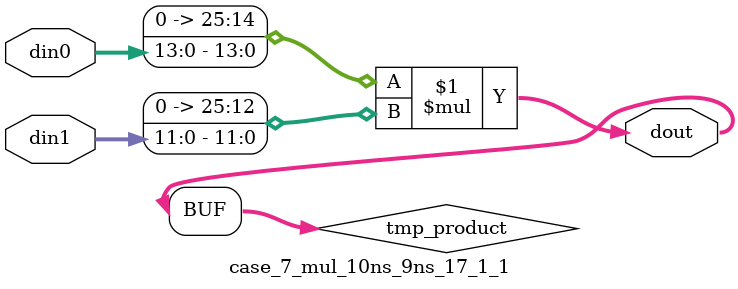
<source format=v>

`timescale 1 ns / 1 ps

 (* use_dsp = "no" *)  module case_7_mul_10ns_9ns_17_1_1(din0, din1, dout);
parameter ID = 1;
parameter NUM_STAGE = 0;
parameter din0_WIDTH = 14;
parameter din1_WIDTH = 12;
parameter dout_WIDTH = 26;

input [din0_WIDTH - 1 : 0] din0; 
input [din1_WIDTH - 1 : 0] din1; 
output [dout_WIDTH - 1 : 0] dout;

wire signed [dout_WIDTH - 1 : 0] tmp_product;
























assign tmp_product = $signed({1'b0, din0}) * $signed({1'b0, din1});











assign dout = tmp_product;





















endmodule

</source>
